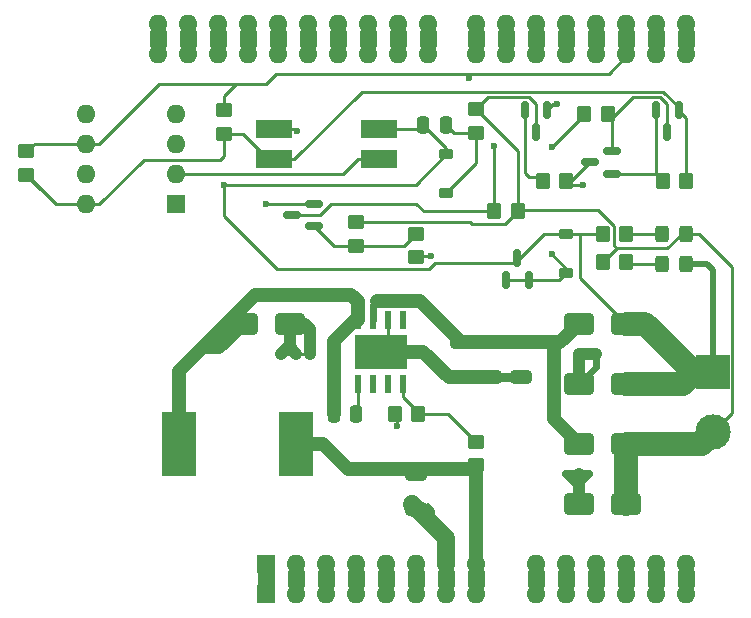
<source format=gtl>
G04 #@! TF.GenerationSoftware,KiCad,Pcbnew,7.99.0-3924-g53fd1aaf5e*
G04 #@! TF.CreationDate,2023-12-12T19:58:36+01:00*
G04 #@! TF.ProjectId,xDuinoRailShield,78447569-6e6f-4526-9169-6c536869656c,rev?*
G04 #@! TF.SameCoordinates,Original*
G04 #@! TF.FileFunction,Copper,L1,Top*
G04 #@! TF.FilePolarity,Positive*
%FSLAX46Y46*%
G04 Gerber Fmt 4.6, Leading zero omitted, Abs format (unit mm)*
G04 Created by KiCad (PCBNEW 7.99.0-3924-g53fd1aaf5e) date 2023-12-12 19:58:36*
%MOMM*%
%LPD*%
G01*
G04 APERTURE LIST*
G04 Aperture macros list*
%AMRoundRect*
0 Rectangle with rounded corners*
0 $1 Rounding radius*
0 $2 $3 $4 $5 $6 $7 $8 $9 X,Y pos of 4 corners*
0 Add a 4 corners polygon primitive as box body*
4,1,4,$2,$3,$4,$5,$6,$7,$8,$9,$2,$3,0*
0 Add four circle primitives for the rounded corners*
1,1,$1+$1,$2,$3*
1,1,$1+$1,$4,$5*
1,1,$1+$1,$6,$7*
1,1,$1+$1,$8,$9*
0 Add four rect primitives between the rounded corners*
20,1,$1+$1,$2,$3,$4,$5,0*
20,1,$1+$1,$4,$5,$6,$7,0*
20,1,$1+$1,$6,$7,$8,$9,0*
20,1,$1+$1,$8,$9,$2,$3,0*%
G04 Aperture macros list end*
G04 #@! TA.AperFunction,EtchedComponent*
%ADD10C,1.400000*%
G04 #@! TD*
G04 #@! TA.AperFunction,SMDPad,CuDef*
%ADD11RoundRect,0.250000X0.450000X-0.350000X0.450000X0.350000X-0.450000X0.350000X-0.450000X-0.350000X0*%
G04 #@! TD*
G04 #@! TA.AperFunction,ComponentPad*
%ADD12R,3.000000X3.000000*%
G04 #@! TD*
G04 #@! TA.AperFunction,ComponentPad*
%ADD13C,3.000000*%
G04 #@! TD*
G04 #@! TA.AperFunction,SMDPad,CuDef*
%ADD14RoundRect,0.250000X-0.450000X0.350000X-0.450000X-0.350000X0.450000X-0.350000X0.450000X0.350000X0*%
G04 #@! TD*
G04 #@! TA.AperFunction,SMDPad,CuDef*
%ADD15RoundRect,0.150000X0.587500X0.150000X-0.587500X0.150000X-0.587500X-0.150000X0.587500X-0.150000X0*%
G04 #@! TD*
G04 #@! TA.AperFunction,SMDPad,CuDef*
%ADD16RoundRect,0.250000X-0.350000X-0.450000X0.350000X-0.450000X0.350000X0.450000X-0.350000X0.450000X0*%
G04 #@! TD*
G04 #@! TA.AperFunction,SMDPad,CuDef*
%ADD17RoundRect,0.250000X0.325000X0.450000X-0.325000X0.450000X-0.325000X-0.450000X0.325000X-0.450000X0*%
G04 #@! TD*
G04 #@! TA.AperFunction,SMDPad,CuDef*
%ADD18RoundRect,0.250000X0.350000X0.450000X-0.350000X0.450000X-0.350000X-0.450000X0.350000X-0.450000X0*%
G04 #@! TD*
G04 #@! TA.AperFunction,SMDPad,CuDef*
%ADD19RoundRect,0.250000X0.250000X0.475000X-0.250000X0.475000X-0.250000X-0.475000X0.250000X-0.475000X0*%
G04 #@! TD*
G04 #@! TA.AperFunction,SMDPad,CuDef*
%ADD20R,3.100000X1.600000*%
G04 #@! TD*
G04 #@! TA.AperFunction,ComponentPad*
%ADD21R,1.600000X1.600000*%
G04 #@! TD*
G04 #@! TA.AperFunction,ComponentPad*
%ADD22O,1.600000X1.600000*%
G04 #@! TD*
G04 #@! TA.AperFunction,SMDPad,CuDef*
%ADD23R,2.900000X5.400000*%
G04 #@! TD*
G04 #@! TA.AperFunction,SMDPad,CuDef*
%ADD24RoundRect,0.225000X0.375000X-0.225000X0.375000X0.225000X-0.375000X0.225000X-0.375000X-0.225000X0*%
G04 #@! TD*
G04 #@! TA.AperFunction,SMDPad,CuDef*
%ADD25RoundRect,0.150000X-0.150000X0.587500X-0.150000X-0.587500X0.150000X-0.587500X0.150000X0.587500X0*%
G04 #@! TD*
G04 #@! TA.AperFunction,SMDPad,CuDef*
%ADD26RoundRect,0.250000X-1.000000X-0.650000X1.000000X-0.650000X1.000000X0.650000X-1.000000X0.650000X0*%
G04 #@! TD*
G04 #@! TA.AperFunction,SMDPad,CuDef*
%ADD27RoundRect,0.225000X-0.375000X0.225000X-0.375000X-0.225000X0.375000X-0.225000X0.375000X0.225000X0*%
G04 #@! TD*
G04 #@! TA.AperFunction,SMDPad,CuDef*
%ADD28RoundRect,0.250000X1.000000X0.650000X-1.000000X0.650000X-1.000000X-0.650000X1.000000X-0.650000X0*%
G04 #@! TD*
G04 #@! TA.AperFunction,SMDPad,CuDef*
%ADD29RoundRect,0.250000X-0.650000X0.325000X-0.650000X-0.325000X0.650000X-0.325000X0.650000X0.325000X0*%
G04 #@! TD*
G04 #@! TA.AperFunction,SMDPad,CuDef*
%ADD30R,0.600000X1.550000*%
G04 #@! TD*
G04 #@! TA.AperFunction,ComponentPad*
%ADD31C,0.600000*%
G04 #@! TD*
G04 #@! TA.AperFunction,SMDPad,CuDef*
%ADD32R,3.100000X2.600000*%
G04 #@! TD*
G04 #@! TA.AperFunction,SMDPad,CuDef*
%ADD33R,4.500000X2.950000*%
G04 #@! TD*
G04 #@! TA.AperFunction,SMDPad,CuDef*
%ADD34RoundRect,0.150000X0.150000X-0.587500X0.150000X0.587500X-0.150000X0.587500X-0.150000X-0.587500X0*%
G04 #@! TD*
G04 #@! TA.AperFunction,ViaPad*
%ADD35C,0.600000*%
G04 #@! TD*
G04 #@! TA.AperFunction,Conductor*
%ADD36C,0.250000*%
G04 #@! TD*
G04 #@! TA.AperFunction,Conductor*
%ADD37C,1.524000*%
G04 #@! TD*
G04 #@! TA.AperFunction,Conductor*
%ADD38C,2.000000*%
G04 #@! TD*
G04 #@! TA.AperFunction,Conductor*
%ADD39C,1.200000*%
G04 #@! TD*
G04 #@! TA.AperFunction,Conductor*
%ADD40C,0.700000*%
G04 #@! TD*
G04 #@! TA.AperFunction,Conductor*
%ADD41C,0.600000*%
G04 #@! TD*
G04 #@! TA.AperFunction,Conductor*
%ADD42C,1.000000*%
G04 #@! TD*
G04 #@! TA.AperFunction,Conductor*
%ADD43C,0.762000*%
G04 #@! TD*
G04 #@! TA.AperFunction,Conductor*
%ADD44C,0.599800*%
G04 #@! TD*
G04 #@! TA.AperFunction,Conductor*
%ADD45C,0.500000*%
G04 #@! TD*
G04 APERTURE END LIST*
D10*
X116260000Y-45860000D02*
X116260000Y-44920000D01*
X118800000Y-45860000D02*
X118800000Y-44920000D01*
X121340000Y-45860000D02*
X121340000Y-44920000D01*
X123880000Y-45860000D02*
X123880000Y-44920000D01*
X125400000Y-91580000D02*
X125400000Y-90640000D01*
X126420000Y-45860000D02*
X126420000Y-44920000D01*
X127940000Y-91580000D02*
X127940000Y-90640000D01*
X128960000Y-45860000D02*
X128960000Y-44920000D01*
X130480000Y-91580000D02*
X130480000Y-90640000D01*
X131500000Y-45860000D02*
X131500000Y-44920000D01*
X133020000Y-91580000D02*
X133020000Y-90640000D01*
X134040000Y-45860000D02*
X134040000Y-44920000D01*
X135560000Y-91580000D02*
X135560000Y-90640000D01*
X136580000Y-45860000D02*
X136580000Y-44920000D01*
X138100000Y-91580000D02*
X138100000Y-90640000D01*
X139120000Y-45860000D02*
X139120000Y-44920000D01*
X140640000Y-91580000D02*
X140640000Y-90640000D01*
X143180000Y-45860000D02*
X143180000Y-44920000D01*
X143180000Y-91580000D02*
X143180000Y-90640000D01*
X145720000Y-45860000D02*
X145720000Y-44920000D01*
X148260000Y-45860000D02*
X148260000Y-44920000D01*
X148260000Y-91580000D02*
X148260000Y-90640000D01*
X150800000Y-45860000D02*
X150800000Y-44920000D01*
X150800000Y-91580000D02*
X150800000Y-90640000D01*
X153340000Y-45860000D02*
X153340000Y-44920000D01*
X153340000Y-91580000D02*
X153340000Y-90640000D01*
X155880000Y-45860000D02*
X155880000Y-44920000D01*
X155880000Y-91580000D02*
X155880000Y-90640000D01*
X158420000Y-45860000D02*
X158420000Y-44920000D01*
X158420000Y-91580000D02*
X158420000Y-90640000D01*
X160960000Y-45860000D02*
X160960000Y-44920000D01*
X160960000Y-91580000D02*
X160960000Y-90640000D01*
D11*
X143180000Y-81505000D03*
X143180000Y-79505000D03*
D12*
X163240800Y-73640000D03*
D13*
X163240800Y-78720000D03*
D14*
X143179900Y-51365000D03*
X143179900Y-53365000D03*
D15*
X154687600Y-56805000D03*
X154687600Y-54905000D03*
X152812600Y-55855000D03*
D16*
X158959800Y-57445000D03*
X160959800Y-57445000D03*
D17*
X160959900Y-64440000D03*
X158909900Y-64440000D03*
D18*
X150800000Y-57445000D03*
X148800000Y-57445000D03*
D19*
X133020000Y-77140000D03*
X131120000Y-77140000D03*
D20*
X134925000Y-55550000D03*
X134925000Y-53010000D03*
X126035000Y-53010000D03*
X126035000Y-55550000D03*
D21*
X125400000Y-89840000D03*
X125400000Y-92380000D03*
D22*
X127940000Y-89840000D03*
X127940000Y-92380000D03*
X130480000Y-89840000D03*
X130480000Y-92380000D03*
X133020000Y-89840000D03*
X133020000Y-92380000D03*
X135560000Y-89840000D03*
X135560000Y-92380000D03*
X138100000Y-89840000D03*
X138100000Y-92380000D03*
X140640000Y-89840000D03*
X140640000Y-92380000D03*
X143180000Y-89840000D03*
X143180000Y-92380000D03*
X148260000Y-89840000D03*
X148260000Y-92380000D03*
X150800000Y-89840000D03*
X150800000Y-92380000D03*
X153340000Y-89840000D03*
X153340000Y-92380000D03*
X155880000Y-89840000D03*
X155880000Y-92380000D03*
X158420000Y-89840000D03*
X158420000Y-92380000D03*
X160960000Y-89840000D03*
X160960000Y-92380000D03*
X160960000Y-44120000D03*
X160960000Y-46660000D03*
X158420000Y-44120000D03*
X158420000Y-46660000D03*
X155880000Y-44120000D03*
X155880000Y-46660000D03*
X153340000Y-44120000D03*
X153340000Y-46660000D03*
X150800000Y-44120000D03*
X150800000Y-46660000D03*
X148260000Y-44120000D03*
X148260000Y-46660000D03*
X145720000Y-44120000D03*
X145720000Y-46660000D03*
X143180000Y-44120000D03*
X143180000Y-46660000D03*
X139120000Y-44120000D03*
X139120000Y-46660000D03*
X136580000Y-44120000D03*
X136580000Y-46660000D03*
X134040000Y-44120000D03*
X134040000Y-46660000D03*
X131500000Y-44120000D03*
X131500000Y-46660000D03*
X128960000Y-44120000D03*
X128960000Y-46660000D03*
X126420000Y-44120000D03*
X126420000Y-46660000D03*
X123880000Y-44120000D03*
X123880000Y-46660000D03*
X121340000Y-44120000D03*
X121340000Y-46660000D03*
X118800000Y-44120000D03*
X118800000Y-46660000D03*
X116260000Y-44120000D03*
X116260000Y-46660000D03*
D14*
X105080000Y-56907500D03*
X105080000Y-54907500D03*
D23*
X118040000Y-79680000D03*
X127940000Y-79680000D03*
D24*
X140640000Y-58470000D03*
X140640000Y-55170000D03*
D21*
X117780000Y-59360000D03*
D22*
X117780000Y-56820000D03*
X117780000Y-54280000D03*
X117780000Y-51740000D03*
X110160000Y-51740000D03*
X110160000Y-54280000D03*
X110160000Y-56820000D03*
X110160000Y-59360000D03*
D14*
X121843343Y-51434853D03*
X121843343Y-53434853D03*
D25*
X160319900Y-51427500D03*
X158419900Y-51427500D03*
X159369900Y-53302500D03*
D26*
X151880000Y-69520000D03*
X155880000Y-69520000D03*
D27*
X150800000Y-61900000D03*
X150800000Y-65200000D03*
D28*
X155880000Y-74600000D03*
X151880000Y-74600000D03*
D29*
X141910000Y-71100000D03*
X141910000Y-74050000D03*
D30*
X133175000Y-74600000D03*
X134445000Y-74600000D03*
X135715000Y-74600000D03*
X136985000Y-74600000D03*
X136985000Y-69200000D03*
X135715000Y-69200000D03*
X134445000Y-69200000D03*
X133175000Y-69200000D03*
D31*
X133280000Y-72500000D03*
X134480000Y-72500000D03*
X135780000Y-72500000D03*
X136880000Y-72500000D03*
D32*
X135080000Y-71900000D03*
D33*
X135080000Y-71900000D03*
D31*
X133280000Y-71300000D03*
X134480000Y-71300000D03*
X135780000Y-71300000D03*
X136880000Y-71300000D03*
D16*
X153879900Y-61900000D03*
X155879900Y-61900000D03*
D17*
X160959900Y-61900000D03*
X158909900Y-61900000D03*
D18*
X138275000Y-77140000D03*
X136275000Y-77140000D03*
D28*
X155880000Y-84760000D03*
X151880000Y-84760000D03*
D26*
X151880000Y-79680000D03*
X155880000Y-79680000D03*
D34*
X145720000Y-65831600D03*
X147620000Y-65831600D03*
X146670000Y-63956600D03*
D29*
X138100000Y-82220000D03*
X138100000Y-85170000D03*
D19*
X140619221Y-52689432D03*
X138719221Y-52689432D03*
D18*
X154340000Y-51740000D03*
X152340000Y-51740000D03*
D15*
X127604643Y-60310000D03*
X129479643Y-59360000D03*
X129479643Y-61260000D03*
D26*
X123400000Y-69520000D03*
X127400000Y-69520000D03*
D18*
X146719900Y-59985000D03*
X144719900Y-59985000D03*
D11*
X133020000Y-62900000D03*
X133020000Y-60900000D03*
D29*
X144450000Y-71100000D03*
X144450000Y-74050000D03*
X146990000Y-71100000D03*
X146990000Y-74050000D03*
D11*
X138100000Y-63900000D03*
X138100000Y-61900000D03*
D16*
X153879900Y-64305000D03*
X155879900Y-64305000D03*
D25*
X149210000Y-51427500D03*
X147310000Y-51427500D03*
X148260000Y-53302500D03*
D35*
X151880000Y-72060000D03*
X153340000Y-72060000D03*
X151880000Y-82220000D03*
X125396331Y-59353540D03*
X152717000Y-82220000D03*
X139326000Y-63749700D03*
X150015000Y-50923200D03*
X129086000Y-72066700D03*
X136450000Y-78167900D03*
X126649000Y-72046800D03*
X150800000Y-82220000D03*
X127979000Y-53192100D03*
X127940000Y-72060000D03*
X142615000Y-48675600D03*
X144666000Y-54482800D03*
X121870000Y-57759700D03*
X149570000Y-54585700D03*
X152203000Y-57759700D03*
X149560000Y-63635400D03*
D36*
X125402791Y-59360000D02*
X129479643Y-59360000D01*
X125396331Y-59353540D02*
X125402791Y-59360000D01*
X130893051Y-59360000D02*
X138100000Y-59360000D01*
X129943051Y-60310000D02*
X130893051Y-59360000D01*
X138725000Y-59985000D02*
X144719900Y-59985000D01*
X138100000Y-59360000D02*
X138725000Y-59985000D01*
X127604643Y-60310000D02*
X129943051Y-60310000D01*
X131672417Y-62900000D02*
X133020000Y-62900000D01*
X131662937Y-62909480D02*
X131672417Y-62900000D01*
X131129123Y-62909480D02*
X131662937Y-62909480D01*
X129479643Y-61260000D02*
X131129123Y-62909480D01*
X125504181Y-59461390D02*
X125396331Y-59353540D01*
D37*
X137780000Y-84850000D02*
X138100000Y-85170000D01*
X137780000Y-84760000D02*
X137780000Y-84850000D01*
D36*
X140815000Y-77140000D02*
X143180000Y-79505000D01*
X138275000Y-77140000D02*
X140815000Y-77140000D01*
X106262000Y-58090000D02*
X105080000Y-56907500D01*
X105080000Y-56820000D02*
X106350000Y-58090000D01*
X106350000Y-58090000D02*
X107620000Y-59360000D01*
X106350000Y-58090000D02*
X106262000Y-58090000D01*
X105438000Y-54637500D02*
X105350000Y-54637500D01*
X105438000Y-54637500D02*
X105795000Y-54280000D01*
X105080000Y-54995000D02*
X105438000Y-54637500D01*
X105350000Y-54637500D02*
X105080000Y-54907500D01*
X105795000Y-54280000D02*
X110160000Y-54280000D01*
X107620000Y-59360000D02*
X110160000Y-59360000D01*
X116367000Y-49200000D02*
X111287000Y-54280000D01*
X110160000Y-54280000D02*
X111287000Y-54280000D01*
X162085096Y-61900000D02*
X164865800Y-64680704D01*
X164865800Y-77095000D02*
X163240800Y-78720000D01*
X160959900Y-61900000D02*
X162085096Y-61900000D01*
X164865800Y-64680704D02*
X164865800Y-77095000D01*
D38*
X162280800Y-79680000D02*
X163240800Y-78720000D01*
X155880000Y-79680000D02*
X162280800Y-79680000D01*
D39*
X140841710Y-74050000D02*
X143880800Y-74050000D01*
D40*
X150800000Y-82220000D02*
X151880000Y-82220000D01*
D36*
X136880000Y-71300000D02*
X136880000Y-71900000D01*
X135780000Y-71300000D02*
X135715000Y-71235000D01*
D41*
X153340000Y-72060000D02*
X153340000Y-73140000D01*
D42*
X151880000Y-82220000D02*
X151880000Y-83057400D01*
D36*
X127400000Y-69520000D02*
X128650000Y-69520000D01*
X135715000Y-71235000D02*
X135715000Y-69200000D01*
X127940000Y-72060000D02*
X126662000Y-72060000D01*
D43*
X144450000Y-74050000D02*
X146990000Y-74050000D01*
D36*
X127979000Y-53192100D02*
X127797000Y-53010000D01*
X136275000Y-77478900D02*
X136275000Y-77140000D01*
X126662000Y-72060000D02*
X126649000Y-72046800D01*
D42*
X151880000Y-73044400D02*
X151880000Y-74600000D01*
D36*
X151880000Y-83300000D02*
X151880000Y-83057400D01*
D42*
X127400000Y-71520000D02*
X127400000Y-71295400D01*
D40*
X151880000Y-82220000D02*
X152717000Y-82220000D01*
D36*
X129086000Y-72066700D02*
X127947000Y-72066700D01*
X149714000Y-50923200D02*
X150015000Y-50923200D01*
D39*
X138691710Y-71900000D02*
X140841710Y-74050000D01*
D36*
X139005000Y-84790000D02*
X139005000Y-84760000D01*
D42*
X127400000Y-71295400D02*
X127400000Y-69520000D01*
D36*
X136450000Y-78167900D02*
X136450000Y-77653900D01*
D42*
X127940000Y-72060000D02*
X127400000Y-71520000D01*
X129086000Y-69956200D02*
X129086000Y-72066700D01*
D36*
X151880000Y-84760000D02*
X151880000Y-83300000D01*
X140640000Y-89840000D02*
X140640000Y-89615000D01*
X139530000Y-85315000D02*
X139005000Y-84790000D01*
X149210000Y-51427500D02*
X149714000Y-50923200D01*
X151880000Y-74600000D02*
X151880000Y-73044400D01*
X138100000Y-63900000D02*
X138250000Y-63749700D01*
D39*
X135080000Y-71900000D02*
X138691710Y-71900000D01*
D42*
X127400000Y-71295400D02*
X126649000Y-72046800D01*
D41*
X153340000Y-73140000D02*
X151880000Y-74600000D01*
D37*
X137780000Y-84760000D02*
X140640000Y-87620000D01*
D42*
X151880000Y-72060000D02*
X153340000Y-72060000D01*
D43*
X141910000Y-74050000D02*
X144450000Y-74050000D01*
D36*
X138250000Y-63749700D02*
X139326000Y-63749700D01*
X136450000Y-77653900D02*
X136275000Y-77478900D01*
D42*
X151880000Y-83300000D02*
X151880000Y-84760000D01*
D36*
X127947000Y-72066700D02*
X127940000Y-72060000D01*
X127400000Y-69520000D02*
X127400000Y-71295400D01*
X136450000Y-77653900D02*
X136450000Y-77140000D01*
X139530000Y-85870000D02*
X139530000Y-85315000D01*
D37*
X140640000Y-87620000D02*
X140640000Y-89615000D01*
D42*
X128650000Y-69520000D02*
X129086000Y-69956200D01*
D36*
X139210000Y-86190000D02*
X139530000Y-85870000D01*
D42*
X151880000Y-83057400D02*
X151880000Y-83300000D01*
D36*
X127797000Y-53010000D02*
X126670000Y-53010000D01*
D42*
X151880000Y-72060000D02*
X151880000Y-73044400D01*
D40*
X151880000Y-83057400D02*
X152717000Y-82220000D01*
X150800000Y-82220000D02*
X151880000Y-83300000D01*
D36*
X111287000Y-59360000D02*
X110160000Y-59360000D01*
X160959800Y-55124900D02*
X160959800Y-57445000D01*
X160960000Y-55124700D02*
X160959800Y-55124900D01*
X160320000Y-51306500D02*
X160320000Y-51185600D01*
X121516000Y-55623900D02*
X115023000Y-55623900D01*
X160960000Y-55124700D02*
X160960000Y-52067400D01*
X121843343Y-55296557D02*
X121516000Y-55623900D01*
X160960000Y-57445000D02*
X160960000Y-55124700D01*
X160400000Y-51507400D02*
X160360000Y-51467400D01*
X123427853Y-53434853D02*
X121843343Y-53434853D01*
X125543000Y-55550000D02*
X123427853Y-53434853D01*
X115023000Y-55623900D02*
X111287000Y-59360000D01*
X160960000Y-52067400D02*
X160640000Y-51747400D01*
X160320000Y-51306500D02*
X160319900Y-51306600D01*
X121843343Y-53434853D02*
X121843343Y-55296557D01*
X160320000Y-51427500D02*
X160320000Y-51306500D01*
X158985000Y-49850800D02*
X133496000Y-49850800D01*
X160480000Y-51587400D02*
X160400000Y-51507400D01*
X160360000Y-51467400D02*
X160340000Y-51447400D01*
X160640000Y-51747400D02*
X160480000Y-51587400D01*
X160320000Y-51185600D02*
X158985000Y-49850800D01*
X160340000Y-51447400D02*
X160320000Y-51427500D01*
X160319900Y-51306600D02*
X160319900Y-51427500D01*
X127797000Y-55550000D02*
X125543000Y-55550000D01*
X133496000Y-49850800D02*
X127797000Y-55550000D01*
X153340000Y-44120000D02*
X153340000Y-46660000D01*
D39*
X130192000Y-79680000D02*
X127940000Y-79680000D01*
X143180000Y-81775000D02*
X132287000Y-81775000D01*
X132287000Y-81775000D02*
X130192000Y-79680000D01*
X143180000Y-81775000D02*
X143180000Y-89840000D01*
D36*
X122860000Y-49200000D02*
X116367000Y-49200000D01*
X142615000Y-48329300D02*
X154436000Y-48329300D01*
X144720000Y-59952000D02*
X144720000Y-59963000D01*
X144666000Y-54482800D02*
X144720000Y-54536700D01*
X121843343Y-51434853D02*
X121843343Y-50216657D01*
X142615000Y-48675600D02*
X142615000Y-48329300D01*
X154436000Y-48329300D02*
X155880000Y-46885000D01*
X144720000Y-59952000D02*
X144719900Y-59952100D01*
X144719900Y-59952100D02*
X144719900Y-59985000D01*
X122860000Y-49200000D02*
X125400000Y-49200000D01*
X121843343Y-50216657D02*
X122860000Y-49200000D01*
X144720000Y-59919100D02*
X144720000Y-59941000D01*
X144720000Y-59897000D02*
X144720000Y-59919000D01*
X144720000Y-59941000D02*
X144720000Y-59952000D01*
X125400000Y-49200000D02*
X126270700Y-48329300D01*
X144720000Y-55898800D02*
X144720000Y-59897000D01*
X144720000Y-59919000D02*
X144720000Y-59919100D01*
X144720000Y-55898700D02*
X144720000Y-55898800D01*
X126270700Y-48329300D02*
X142615000Y-48329300D01*
X155880000Y-44120000D02*
X155880000Y-46660000D01*
X144720000Y-54536700D02*
X144720000Y-55898700D01*
D39*
X149795000Y-77594900D02*
X151880000Y-79680000D01*
X149795000Y-71100000D02*
X149795000Y-77594900D01*
X149795000Y-71100000D02*
X150300000Y-71100000D01*
X138435000Y-67624600D02*
X141910000Y-71100000D01*
X146990000Y-71100000D02*
X149795000Y-71100000D01*
D44*
X134445000Y-67923200D02*
X134744000Y-67624600D01*
D39*
X150300000Y-71100000D02*
X151880000Y-69520000D01*
D44*
X134445000Y-69200000D02*
X134445000Y-67923200D01*
D39*
X134744000Y-67624600D02*
X138435000Y-67624600D01*
X144450000Y-71100000D02*
X141910000Y-71100000D01*
X144450000Y-71100000D02*
X146990000Y-71100000D01*
D36*
X133175000Y-74600000D02*
X133175000Y-76985000D01*
X133175000Y-76985000D02*
X133020000Y-77140000D01*
D39*
X133175000Y-69200000D02*
X132879000Y-69200000D01*
X120020000Y-71500000D02*
X122000000Y-69520000D01*
X118040000Y-79680000D02*
X118040000Y-73480000D01*
X133175000Y-69200000D02*
X133175000Y-67623100D01*
X132879000Y-69200000D02*
X131120000Y-70959300D01*
X120020000Y-71500000D02*
X121420000Y-71500000D01*
X132599500Y-67047600D02*
X133175000Y-67623100D01*
X130245000Y-67047600D02*
X124472400Y-67047600D01*
X131120000Y-70959300D02*
X131120000Y-77140000D01*
X121420000Y-71500000D02*
X123400000Y-69520000D01*
X118040000Y-73480000D02*
X120020000Y-71500000D01*
X130245000Y-67047600D02*
X132599500Y-67047600D01*
X124472400Y-67047600D02*
X122000000Y-69520000D01*
D36*
X140640000Y-58470000D02*
X143179900Y-55930100D01*
X143179900Y-55930100D02*
X143179900Y-53365000D01*
X140619221Y-52689432D02*
X141294789Y-53365000D01*
X143179900Y-53368000D02*
X143179900Y-53365000D01*
X143180000Y-53368100D02*
X143179900Y-53368000D01*
X143180000Y-53368100D02*
X143180000Y-53365000D01*
X141294789Y-53365000D02*
X143179900Y-53365000D01*
D38*
X157494000Y-69520000D02*
X161614000Y-73640000D01*
D36*
X151989000Y-61900000D02*
X150800000Y-61900000D01*
X138050300Y-57759700D02*
X121870000Y-57759700D01*
X148936000Y-61900000D02*
X146670000Y-64165800D01*
D38*
X155880000Y-74600000D02*
X160654000Y-74600000D01*
X160654000Y-74600000D02*
X161614000Y-73640000D01*
D36*
X150800000Y-61900000D02*
X148936000Y-61900000D01*
X153879900Y-61900000D02*
X151989000Y-61900000D01*
X151989000Y-61900000D02*
X151989000Y-65629400D01*
X140640000Y-55170000D02*
X140640000Y-54610211D01*
X139198000Y-64839400D02*
X126304000Y-64839400D01*
D38*
X155880000Y-69520000D02*
X157494000Y-69520000D01*
D36*
X146670000Y-64165800D02*
X146670000Y-64375100D01*
D45*
X163240800Y-64929536D02*
X162751264Y-64440000D01*
D36*
X140640000Y-54610211D02*
X138719221Y-52689432D01*
X140640000Y-55170000D02*
X138050300Y-57759700D01*
X146670000Y-64375100D02*
X139662000Y-64375100D01*
X121870000Y-60405600D02*
X121870000Y-57759700D01*
X146670000Y-63956600D02*
X146670000Y-64165800D01*
D45*
X163240800Y-73640000D02*
X163240800Y-64929536D01*
D36*
X139662000Y-64375100D02*
X139198000Y-64839400D01*
D38*
X163240800Y-73640000D02*
X161614000Y-73640000D01*
D36*
X151989000Y-65629400D02*
X155880000Y-69520000D01*
X126304000Y-64839400D02*
X121870000Y-60405600D01*
X138398653Y-53010000D02*
X138719221Y-52689432D01*
X134925000Y-53010000D02*
X138398653Y-53010000D01*
D45*
X162751264Y-64440000D02*
X160959900Y-64440000D01*
D36*
X148260000Y-50936400D02*
X147656000Y-50332600D01*
X145643000Y-61062100D02*
X146720000Y-59985000D01*
X143179900Y-51365000D02*
X143180000Y-51365000D01*
X143696000Y-50848800D02*
X143180000Y-51365000D01*
X146720000Y-59876300D02*
X153526000Y-59876300D01*
X143180000Y-51364900D02*
X143180000Y-51365000D01*
X144212000Y-50332600D02*
X143696000Y-50848800D01*
X146719900Y-59985000D02*
X146720000Y-59985000D01*
X143180000Y-51365000D02*
X146720000Y-54905000D01*
X146720000Y-59767600D02*
X146720000Y-59876300D01*
X146720000Y-59115500D02*
X146720000Y-59115600D01*
X154880000Y-61230400D02*
X154880000Y-62900400D01*
X155082000Y-63102500D02*
X153880000Y-64305000D01*
X147656000Y-50332600D02*
X144212000Y-50332600D01*
X142786000Y-61062100D02*
X145643000Y-61062100D01*
D38*
X155880000Y-84760000D02*
X155880000Y-79680000D01*
D36*
X153879900Y-64305000D02*
X153880000Y-64305000D01*
X148260000Y-53302500D02*
X148260000Y-50936400D01*
X146720000Y-54905000D02*
X146720000Y-59115500D01*
X146720000Y-59550300D02*
X146720000Y-59550400D01*
X146720000Y-59115600D02*
X146720000Y-59550300D01*
X160568000Y-61896800D02*
X160571000Y-61900000D01*
X160571000Y-61900000D02*
X160959900Y-61900000D01*
X133020000Y-60900000D02*
X142624000Y-60900000D01*
X143696000Y-50848800D02*
X143180000Y-51364900D01*
X154880000Y-62900400D02*
X155082000Y-63102500D01*
X146720000Y-59876300D02*
X146720000Y-59985000D01*
X153526000Y-59876300D02*
X154880000Y-61230400D01*
X142624000Y-60900000D02*
X142786000Y-61062100D01*
X159362000Y-63102500D02*
X160568000Y-61896800D01*
X155082000Y-63102500D02*
X159362000Y-63102500D01*
X146720000Y-59550400D02*
X146720000Y-59767600D01*
X155879900Y-64305000D02*
X155880000Y-64305000D01*
X155880000Y-64305000D02*
X155948000Y-64372500D01*
X155948000Y-64372500D02*
X155947000Y-64372500D01*
X156015000Y-64440000D02*
X155948000Y-64372500D01*
X155947000Y-64372500D02*
X155880000Y-64305000D01*
X158909900Y-64440000D02*
X156015000Y-64440000D01*
X158909900Y-61900000D02*
X155880000Y-61900000D01*
X155880000Y-61900000D02*
X155879900Y-61900000D01*
X152340000Y-51813600D02*
X149568000Y-54585700D01*
X149568000Y-54585700D02*
X149570000Y-54585700D01*
X152340000Y-51740000D02*
X152340000Y-51813600D01*
X147620000Y-65831600D02*
X150168000Y-65831600D01*
X151223000Y-57445000D02*
X152813000Y-55855400D01*
X151223000Y-57445000D02*
X150800000Y-57445000D01*
X150168000Y-65831600D02*
X150800000Y-65200000D01*
X152813000Y-55855400D02*
X152813000Y-55855300D01*
X150800000Y-64875000D02*
X150800000Y-65200000D01*
X152813000Y-55855200D02*
X152813000Y-55855100D01*
X149560000Y-63635400D02*
X150800000Y-64875000D01*
X152813000Y-55855300D02*
X152813000Y-55855200D01*
X152812700Y-55855100D02*
X152812600Y-55855000D01*
X152813000Y-55855100D02*
X152812700Y-55855100D01*
X147620000Y-65831600D02*
X145720000Y-65831600D01*
X152203000Y-57759700D02*
X151223000Y-57759700D01*
X158420000Y-51427600D02*
X158420000Y-52226100D01*
X158960000Y-57444800D02*
X158959800Y-57445000D01*
X154687600Y-56805000D02*
X154688000Y-56805000D01*
X158420000Y-56805000D02*
X154688000Y-56805000D01*
X158419900Y-51427500D02*
X158420000Y-51427600D01*
X158420000Y-56805000D02*
X158420000Y-52226100D01*
X158420000Y-56905100D02*
X158960000Y-57444800D01*
X158960000Y-57444800D02*
X158960000Y-57444900D01*
X158420000Y-56805000D02*
X158420000Y-56905100D01*
X154687600Y-54377100D02*
X154687600Y-54905000D01*
X159370000Y-52525000D02*
X159370000Y-52784100D01*
X158782000Y-50332600D02*
X159370000Y-50920700D01*
X159370000Y-53108100D02*
X159370000Y-53172900D01*
X159370000Y-52913700D02*
X159370000Y-52913800D01*
X154688000Y-52087600D02*
X154688000Y-53848400D01*
X159370000Y-53043300D02*
X159370000Y-53108100D01*
X154340000Y-51740000D02*
X154688000Y-52087600D01*
X159370000Y-53108100D02*
X159369900Y-53108200D01*
X154688000Y-53848400D02*
X154688000Y-53848800D01*
X159370000Y-50920700D02*
X159370000Y-52524900D01*
X156443000Y-50332600D02*
X158782000Y-50332600D01*
X154688000Y-54376700D02*
X154687600Y-54377100D01*
X159370000Y-52524900D02*
X159370000Y-52525000D01*
X159369900Y-53108200D02*
X159369900Y-53302500D01*
X159370000Y-52784100D02*
X159370000Y-52913700D01*
X154688000Y-52087600D02*
X156443000Y-50332600D01*
X154688000Y-53848800D02*
X154688000Y-54376700D01*
X159370000Y-52913800D02*
X159370000Y-53043300D01*
X154688000Y-54376700D02*
X154688000Y-54552800D01*
X148469000Y-57114100D02*
X148800000Y-57445000D01*
X147641000Y-57114100D02*
X147310000Y-56783200D01*
X147641000Y-57114100D02*
X148469000Y-57114100D01*
X147310000Y-56783200D02*
X147310000Y-51427500D01*
X136985000Y-74600000D02*
X136985000Y-75701900D01*
X136985000Y-75701900D02*
X138100000Y-76816900D01*
X138100000Y-76816900D02*
X138100000Y-77140000D01*
X138100000Y-77140000D02*
X138275000Y-77140000D01*
X131893000Y-56820000D02*
X117780000Y-56820000D01*
X134290000Y-55550000D02*
X133163000Y-55550000D01*
X133163000Y-55550000D02*
X131893000Y-56820000D01*
X138100000Y-61900000D02*
X137100000Y-62900000D01*
X137100000Y-62900000D02*
X133020000Y-62900000D01*
M02*

</source>
